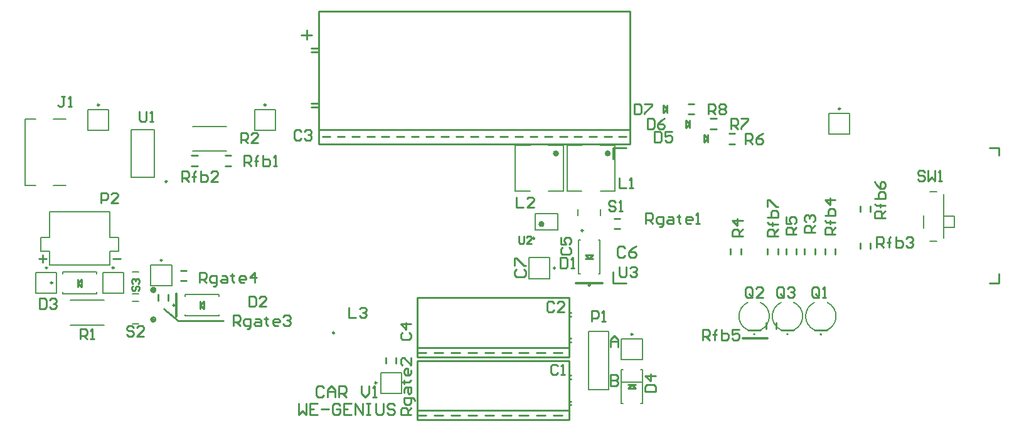
<source format=gto>
G04*
G04 #@! TF.GenerationSoftware,Altium Limited,Altium Designer,21.0.9 (235)*
G04*
G04 Layer_Color=65535*
%FSLAX44Y44*%
%MOMM*%
G71*
G04*
G04 #@! TF.SameCoordinates,622A8C60-2CE5-4817-AE20-E8449A78C867*
G04*
G04*
G04 #@! TF.FilePolarity,Positive*
G04*
G01*
G75*
%ADD10C,0.2540*%
%ADD11C,0.2500*%
%ADD12C,0.4000*%
%ADD13C,0.2000*%
%ADD14C,0.3000*%
%ADD15R,2.8000X0.2300*%
D10*
X572342Y535500D02*
G03*
X572342Y535500I-3092J0D01*
G01*
Y575500D02*
G03*
X572342Y575500I-3092J0D01*
G01*
X1210000Y447500D02*
X1220000D01*
X1210000Y442500D02*
X1215000Y447500D01*
X1210000Y442500D02*
X1220000D01*
X1215000Y447500D02*
X1220000Y442500D01*
X467500Y580000D02*
Y590000D01*
Y585000D02*
X472500Y580000D01*
Y590000D01*
X467500Y585000D02*
X472500Y590000D01*
X632500Y550000D02*
Y560000D01*
Y555000D02*
X637500Y550000D01*
Y560000D01*
X632500Y555000D02*
X637500Y560000D01*
X1152500Y617500D02*
X1162500D01*
X1157500D02*
X1162500Y622500D01*
X1152500D02*
X1162500D01*
X1152500D02*
X1157500Y617500D01*
X1461441Y521372D02*
X1478559D01*
X1416441D02*
X1433559D01*
X1371441D02*
X1388559D01*
X1317500Y775000D02*
Y785000D01*
X1312500D02*
X1317500Y780000D01*
X1312500Y775000D02*
Y785000D01*
Y775000D02*
X1317500Y780000D01*
X1292500Y795000D02*
Y805000D01*
X1287500D02*
X1292500Y800000D01*
X1287500Y795000D02*
Y805000D01*
Y795000D02*
X1292500Y800000D01*
X1262500Y820000D02*
Y820000D01*
X1257500Y815000D02*
X1262500Y820000D01*
X1257500Y815000D02*
Y825000D01*
X1262500Y820000D01*
Y815000D02*
Y825000D01*
X1189500Y584760D02*
Y600000D01*
Y584760D02*
X1207280D01*
X1189500Y752400D02*
Y767640D01*
X1207280D01*
X1697500Y584760D02*
X1710200D01*
Y597460D01*
Y757480D02*
Y767640D01*
X1697500D02*
X1710200D01*
X606000Y602000D02*
X614000D01*
X606000Y588000D02*
X614000D01*
X575500Y561000D02*
Y569000D01*
X589500Y561000D02*
Y569000D01*
X897000Y476000D02*
Y484000D01*
X883000Y476000D02*
Y484000D01*
X1191000Y658000D02*
X1199000D01*
X1191000Y672000D02*
X1199000D01*
X1398000Y623500D02*
Y631500D01*
X1412000Y623500D02*
Y631500D01*
X1523000Y681000D02*
Y689000D01*
X1537000Y681000D02*
Y689000D01*
X1396000Y523000D02*
Y531000D01*
X1410000Y523000D02*
Y531000D01*
X1489500Y623500D02*
Y631500D01*
X1475500Y623500D02*
Y631500D01*
X1523000Y631000D02*
Y639000D01*
X1537000Y631000D02*
Y639000D01*
X621000Y757000D02*
X629000D01*
X621000Y743000D02*
X629000D01*
X666000Y757000D02*
X674000D01*
X666000Y743000D02*
X674000D01*
X1291000Y827000D02*
X1299000D01*
X1291000Y813000D02*
X1299000D01*
X1321000Y807000D02*
X1329000D01*
X1321000Y793000D02*
X1329000D01*
X1346000Y787000D02*
X1354000D01*
X1346000Y773000D02*
X1354000D01*
X1423000Y623500D02*
Y631500D01*
X1437000Y623500D02*
Y631500D01*
X1348000Y623500D02*
Y631500D01*
X1362000Y623500D02*
Y631500D01*
X1448000Y623500D02*
Y631500D01*
X1462000Y623500D02*
Y631500D01*
X782500Y902500D02*
X792500D01*
X782500Y897500D02*
X792500D01*
X782500Y827500D02*
X792500D01*
X782500Y822500D02*
X792500D01*
Y772500D02*
Y952500D01*
X1212500D01*
Y792500D02*
Y952500D01*
X1197500Y782500D02*
X1207500D01*
X1177500D02*
X1187500D01*
X1157500D02*
X1167500D01*
X1137500D02*
X1147500D01*
X1117500D02*
X1127500D01*
X1097500D02*
X1107500D01*
X1077500D02*
X1087500D01*
X1057500D02*
X1067500D01*
X1037500D02*
X1047500D01*
X1017500D02*
X1027500D01*
X997500D02*
X1007500D01*
X977500D02*
X987500D01*
X957500D02*
X967500D01*
X937500D02*
X947500D01*
X917500D02*
X927500D01*
X897500D02*
X907500D01*
X877500D02*
X887500D01*
X857500D02*
X867500D01*
X837500D02*
X847500D01*
X817500D02*
X827500D01*
X797500D02*
X807500D01*
X792500Y792500D02*
X1212500Y792500D01*
Y772500D02*
Y792500D01*
X792500Y772500D02*
X1212500Y772500D01*
X925000Y491000D02*
X937000Y491000D01*
X948000D02*
X960000D01*
X971000Y491000D02*
X983000Y491000D01*
X994000D02*
X1006000D01*
X1017000Y491000D02*
X1029000Y491000D01*
X1040000D02*
X1052000Y491000D01*
X1063000D02*
X1075000Y491000D01*
X1086000D02*
X1098000Y491000D01*
X1109000D02*
X1121000Y491000D01*
X925000Y497500D02*
X1130000D01*
X925000Y565000D02*
X1130000D01*
X925000Y485000D02*
Y565000D01*
Y485000D02*
X1130000D01*
Y565000D01*
Y505000D02*
X1132500D01*
X1130000D02*
Y510000D01*
X1132500D01*
X1130000Y540000D02*
X1132500D01*
X1130000D02*
Y545000D01*
X1132500D01*
X925000Y406000D02*
X937000Y406000D01*
X948000D02*
X960000D01*
X971000Y406000D02*
X983000Y406000D01*
X994000D02*
X1006000D01*
X1017000Y406000D02*
X1029000Y406000D01*
X1040000D02*
X1052000Y406000D01*
X1063000D02*
X1075000Y406000D01*
X1086000D02*
X1098000Y406000D01*
X1109000D02*
X1121000Y406000D01*
X925000Y412500D02*
X1130000D01*
X925000Y480000D02*
X1130000D01*
X925000Y400000D02*
Y480000D01*
Y400000D02*
X1130000D01*
Y480000D01*
Y420000D02*
X1132500D01*
X1130000D02*
Y425000D01*
X1132500D01*
X1130000Y455000D02*
X1132500D01*
X1130000D02*
Y460000D01*
X1132500D01*
X602429Y534000D02*
X664000D01*
X583000Y550000D02*
X602429Y534000D01*
X776000Y914000D02*
Y927000D01*
X769000Y920000D02*
X783000D01*
X524960Y617521D02*
X514963D01*
X799530Y443614D02*
X796991Y446153D01*
X791912D01*
X789373Y443614D01*
Y433457D01*
X791912Y430918D01*
X796991D01*
X799530Y433457D01*
X804608Y430918D02*
Y441075D01*
X809687Y446153D01*
X814765Y441075D01*
Y430918D01*
Y438536D01*
X804608D01*
X819843Y430918D02*
Y446153D01*
X827461D01*
X830000Y443614D01*
Y438536D01*
X827461Y435996D01*
X819843D01*
X824922D02*
X830000Y430918D01*
X850313Y446153D02*
Y435996D01*
X855392Y430918D01*
X860470Y435996D01*
Y446153D01*
X865548Y430918D02*
X870627D01*
X868088D01*
Y446153D01*
X865548Y443614D01*
X765251Y421775D02*
Y406540D01*
X770329Y411618D01*
X775408Y406540D01*
Y421775D01*
X790643D02*
X780486D01*
Y406540D01*
X790643D01*
X780486Y414157D02*
X785564D01*
X795721D02*
X805878D01*
X821113Y419236D02*
X818574Y421775D01*
X813495D01*
X810956Y419236D01*
Y409079D01*
X813495Y406540D01*
X818574D01*
X821113Y409079D01*
Y414157D01*
X816034D01*
X836348Y421775D02*
X826191D01*
Y406540D01*
X836348D01*
X826191Y414157D02*
X831270D01*
X841426Y406540D02*
Y421775D01*
X851583Y406540D01*
Y421775D01*
X856661D02*
X861740D01*
X859201D01*
Y406540D01*
X856661D01*
X861740D01*
X869357Y421775D02*
Y409079D01*
X871897Y406540D01*
X876975D01*
X879514Y409079D01*
Y421775D01*
X894749Y419236D02*
X892210Y421775D01*
X887132D01*
X884592Y419236D01*
Y416697D01*
X887132Y414157D01*
X892210D01*
X894749Y411618D01*
Y409079D01*
X892210Y406540D01*
X887132D01*
X884592Y409079D01*
X420000Y612540D02*
Y622537D01*
X415002Y617538D02*
X424998D01*
X1058922Y603461D02*
X1056383Y600922D01*
Y595843D01*
X1058922Y593304D01*
X1069078D01*
X1071618Y595843D01*
Y600922D01*
X1069078Y603461D01*
X1056383Y608539D02*
Y618696D01*
X1058922D01*
X1069078Y608539D01*
X1071618D01*
X1186540Y460775D02*
Y445540D01*
X1194157D01*
X1196697Y448079D01*
Y450618D01*
X1194157Y453158D01*
X1186540D01*
X1194157D01*
X1196697Y455697D01*
Y458236D01*
X1194157Y460775D01*
X1186540D01*
Y498540D02*
Y508697D01*
X1191618Y513775D01*
X1196697Y508697D01*
Y498540D01*
Y506157D01*
X1186540D01*
X1205461Y632078D02*
X1202922Y634618D01*
X1197843D01*
X1195304Y632078D01*
Y621922D01*
X1197843Y619383D01*
X1202922D01*
X1205461Y621922D01*
X1220696Y634618D02*
X1215618Y632078D01*
X1210539Y627000D01*
Y621922D01*
X1213078Y619383D01*
X1218157D01*
X1220696Y621922D01*
Y624461D01*
X1218157Y627000D01*
X1210539D01*
X1198337Y606998D02*
Y595335D01*
X1200670Y593002D01*
X1205335D01*
X1207667Y595335D01*
Y606998D01*
X1212333Y604665D02*
X1214665Y606998D01*
X1219330D01*
X1221663Y604665D01*
Y602333D01*
X1219330Y600000D01*
X1216998D01*
X1219330D01*
X1221663Y597667D01*
Y595335D01*
X1219330Y593002D01*
X1214665D01*
X1212333Y595335D01*
X1610002Y734665D02*
X1607670Y736998D01*
X1603004D01*
X1600672Y734665D01*
Y732333D01*
X1603004Y730000D01*
X1607670D01*
X1610002Y727667D01*
Y725335D01*
X1607670Y723002D01*
X1603004D01*
X1600672Y725335D01*
X1614667Y736998D02*
Y723002D01*
X1619333Y727667D01*
X1623998Y723002D01*
Y736998D01*
X1628663Y723002D02*
X1633328D01*
X1630995D01*
Y736998D01*
X1628663Y734665D01*
X1318337Y813002D02*
Y826998D01*
X1325335D01*
X1327667Y824665D01*
Y820000D01*
X1325335Y817667D01*
X1318337D01*
X1323002D02*
X1327667Y813002D01*
X1332333Y824665D02*
X1334665Y826998D01*
X1339330D01*
X1341663Y824665D01*
Y822333D01*
X1339330Y820000D01*
X1341663Y817667D01*
Y815335D01*
X1339330Y813002D01*
X1334665D01*
X1332333Y815335D01*
Y817667D01*
X1334665Y820000D01*
X1332333Y822333D01*
Y824665D01*
X1334665Y820000D02*
X1339330D01*
X1348337Y793002D02*
Y806998D01*
X1355335D01*
X1357667Y804665D01*
Y800000D01*
X1355335Y797667D01*
X1348337D01*
X1353002D02*
X1357667Y793002D01*
X1362333Y806998D02*
X1371663D01*
Y804665D01*
X1362333Y795335D01*
Y793002D01*
X1368337Y773002D02*
Y786998D01*
X1375335D01*
X1377667Y784665D01*
Y780000D01*
X1375335Y777667D01*
X1368337D01*
X1373002D02*
X1377667Y773002D01*
X1391663Y786998D02*
X1386998Y784665D01*
X1382333Y780000D01*
Y775335D01*
X1384665Y773002D01*
X1389330D01*
X1391663Y775335D01*
Y777667D01*
X1389330Y780000D01*
X1382333D01*
X1218337Y826998D02*
Y813002D01*
X1225335D01*
X1227667Y815335D01*
Y824665D01*
X1225335Y826998D01*
X1218337D01*
X1232333D02*
X1241663D01*
Y824665D01*
X1232333Y815335D01*
Y813002D01*
X1235837Y806998D02*
Y793002D01*
X1242835D01*
X1245167Y795335D01*
Y804665D01*
X1242835Y806998D01*
X1235837D01*
X1259163D02*
X1254498Y804665D01*
X1249833Y800000D01*
Y795335D01*
X1252165Y793002D01*
X1256830D01*
X1259163Y795335D01*
Y797667D01*
X1256830Y800000D01*
X1249833D01*
X1245837Y789498D02*
Y775502D01*
X1252835D01*
X1255167Y777835D01*
Y787165D01*
X1252835Y789498D01*
X1245837D01*
X1269163D02*
X1259833D01*
Y782500D01*
X1264498Y784833D01*
X1266830D01*
X1269163Y782500D01*
Y777835D01*
X1266830Y775502D01*
X1262165D01*
X1259833Y777835D01*
X1233002Y438337D02*
X1246998D01*
Y445335D01*
X1244665Y447667D01*
X1235335D01*
X1233002Y445335D01*
Y438337D01*
X1246998Y459330D02*
X1233002D01*
X1240000Y452333D01*
Y461663D01*
X1109667Y557665D02*
X1107335Y559998D01*
X1102670D01*
X1100337Y557665D01*
Y548335D01*
X1102670Y546002D01*
X1107335D01*
X1109667Y548335D01*
X1123663Y546002D02*
X1114333D01*
X1123663Y555333D01*
Y557665D01*
X1121330Y559998D01*
X1116665D01*
X1114333Y557665D01*
X470670Y509002D02*
Y522998D01*
X477667D01*
X480000Y520665D01*
Y516000D01*
X477667Y513667D01*
X470670D01*
X475335D02*
X480000Y509002D01*
X484665D02*
X489330D01*
X486998D01*
Y522998D01*
X484665Y520665D01*
X905335Y517667D02*
X903002Y515335D01*
Y510670D01*
X905335Y508337D01*
X914665D01*
X916998Y510670D01*
Y515335D01*
X914665Y517667D01*
X916998Y529330D02*
X903002D01*
X910000Y522333D01*
Y531663D01*
X631512Y585335D02*
Y599330D01*
X638510D01*
X640843Y596998D01*
Y592333D01*
X638510Y590000D01*
X631512D01*
X636178D02*
X640843Y585335D01*
X650173Y580670D02*
X652506D01*
X654838Y583002D01*
Y594665D01*
X647840D01*
X645508Y592333D01*
Y587667D01*
X647840Y585335D01*
X654838D01*
X661836Y594665D02*
X666501D01*
X668834Y592333D01*
Y585335D01*
X661836D01*
X659503Y587667D01*
X661836Y590000D01*
X668834D01*
X675832Y596998D02*
Y594665D01*
X673499D01*
X678164D01*
X675832D01*
Y587667D01*
X678164Y585335D01*
X692160D02*
X687494D01*
X685162Y587667D01*
Y592333D01*
X687494Y594665D01*
X692160D01*
X694492Y592333D01*
Y590000D01*
X685162D01*
X706155Y585335D02*
Y599330D01*
X699157Y592333D01*
X708488D01*
X677012Y527335D02*
Y541330D01*
X684010D01*
X686343Y538998D01*
Y534333D01*
X684010Y532000D01*
X677012D01*
X681678D02*
X686343Y527335D01*
X695673Y522670D02*
X698006D01*
X700338Y525002D01*
Y536665D01*
X693341D01*
X691008Y534333D01*
Y529667D01*
X693341Y527335D01*
X700338D01*
X707336Y536665D02*
X712001D01*
X714334Y534333D01*
Y527335D01*
X707336D01*
X705003Y529667D01*
X707336Y532000D01*
X714334D01*
X721331Y538998D02*
Y536665D01*
X718999D01*
X723664D01*
X721331D01*
Y529667D01*
X723664Y527335D01*
X737660D02*
X732994D01*
X730662Y529667D01*
Y534333D01*
X732994Y536665D01*
X737660D01*
X739992Y534333D01*
Y532000D01*
X730662D01*
X744657Y538998D02*
X746990Y541330D01*
X751655D01*
X753988Y538998D01*
Y536665D01*
X751655Y534333D01*
X749322D01*
X751655D01*
X753988Y532000D01*
Y529667D01*
X751655Y527335D01*
X746990D01*
X744657Y529667D01*
X917165Y406512D02*
X903170D01*
Y413510D01*
X905502Y415843D01*
X910167D01*
X912500Y413510D01*
Y406512D01*
Y411178D02*
X917165Y415843D01*
X921830Y425173D02*
Y427506D01*
X919498Y429838D01*
X907835D01*
Y422840D01*
X910167Y420508D01*
X914833D01*
X917165Y422840D01*
Y429838D01*
X907835Y436836D02*
Y441501D01*
X910167Y443834D01*
X917165D01*
Y436836D01*
X914833Y434503D01*
X912500Y436836D01*
Y443834D01*
X905502Y450831D02*
X907835D01*
Y448499D01*
Y453164D01*
Y450831D01*
X914833D01*
X917165Y453164D01*
Y467160D02*
Y462494D01*
X914833Y460162D01*
X910167D01*
X907835Y462494D01*
Y467160D01*
X910167Y469492D01*
X912500D01*
Y460162D01*
X917165Y483488D02*
Y474157D01*
X907835Y483488D01*
X905502D01*
X903170Y481155D01*
Y476490D01*
X905502Y474157D01*
X1233845Y665335D02*
Y679330D01*
X1240843D01*
X1243175Y676998D01*
Y672333D01*
X1240843Y670000D01*
X1233845D01*
X1238510D02*
X1243175Y665335D01*
X1252506Y660670D02*
X1254838D01*
X1257171Y663002D01*
Y674665D01*
X1250173D01*
X1247840Y672333D01*
Y667667D01*
X1250173Y665335D01*
X1257171D01*
X1264169Y674665D02*
X1268834D01*
X1271166Y672333D01*
Y665335D01*
X1264169D01*
X1261836Y667667D01*
X1264169Y670000D01*
X1271166D01*
X1278164Y676998D02*
Y674665D01*
X1275832D01*
X1280497D01*
X1278164D01*
Y667667D01*
X1280497Y665335D01*
X1294492D02*
X1289827D01*
X1287494Y667667D01*
Y672333D01*
X1289827Y674665D01*
X1294492D01*
X1296825Y672333D01*
Y670000D01*
X1287494D01*
X1301490Y665335D02*
X1306155D01*
X1303822D01*
Y679330D01*
X1301490Y676998D01*
X1411998Y648008D02*
X1398002D01*
Y655006D01*
X1400335Y657338D01*
X1405000D01*
X1407333Y655006D01*
Y648008D01*
Y652673D02*
X1411998Y657338D01*
Y664336D02*
X1400335D01*
X1405000D01*
Y662003D01*
Y666669D01*
Y664336D01*
X1400335D01*
X1398002Y666669D01*
Y673666D02*
X1411998D01*
Y680664D01*
X1409665Y682997D01*
X1407333D01*
X1405000D01*
X1402667Y680664D01*
Y673666D01*
X1398002Y687662D02*
Y696992D01*
X1400335D01*
X1409665Y687662D01*
X1411998D01*
X1556998Y673008D02*
X1543002D01*
Y680006D01*
X1545335Y682338D01*
X1550000D01*
X1552332Y680006D01*
Y673008D01*
Y677673D02*
X1556998Y682338D01*
Y689336D02*
X1545335D01*
X1550000D01*
Y687003D01*
Y691669D01*
Y689336D01*
X1545335D01*
X1543002Y691669D01*
Y698666D02*
X1556998D01*
Y705664D01*
X1554665Y707997D01*
X1552332D01*
X1550000D01*
X1547667Y705664D01*
Y698666D01*
X1543002Y721992D02*
X1545335Y717327D01*
X1550000Y712662D01*
X1554665D01*
X1556998Y714994D01*
Y719660D01*
X1554665Y721992D01*
X1552332D01*
X1550000Y719660D01*
Y712662D01*
X1310508Y508002D02*
Y521998D01*
X1317506D01*
X1319838Y519665D01*
Y515000D01*
X1317506Y512668D01*
X1310508D01*
X1315173D02*
X1319838Y508002D01*
X1326836D02*
Y519665D01*
Y515000D01*
X1324503D01*
X1329169D01*
X1326836D01*
Y519665D01*
X1329169Y521998D01*
X1336166D02*
Y508002D01*
X1343164D01*
X1345497Y510335D01*
Y512668D01*
Y515000D01*
X1343164Y517333D01*
X1336166D01*
X1359492Y521998D02*
X1350162D01*
Y515000D01*
X1354827Y517333D01*
X1357159D01*
X1359492Y515000D01*
Y510335D01*
X1357159Y508002D01*
X1352494D01*
X1350162Y510335D01*
X1489498Y650508D02*
X1475502D01*
Y657506D01*
X1477835Y659838D01*
X1482500D01*
X1484833Y657506D01*
Y650508D01*
Y655173D02*
X1489498Y659838D01*
Y666836D02*
X1477835D01*
X1482500D01*
Y664503D01*
Y669169D01*
Y666836D01*
X1477835D01*
X1475502Y669169D01*
Y676166D02*
X1489498D01*
Y683164D01*
X1487165Y685497D01*
X1484833D01*
X1482500D01*
X1480167Y683164D01*
Y676166D01*
X1489498Y697160D02*
X1475502D01*
X1482500Y690162D01*
Y699492D01*
X1545508Y633002D02*
Y646998D01*
X1552506D01*
X1554838Y644665D01*
Y640000D01*
X1552506Y637667D01*
X1545508D01*
X1550173D02*
X1554838Y633002D01*
X1561836D02*
Y644665D01*
Y640000D01*
X1559503D01*
X1564169D01*
X1561836D01*
Y644665D01*
X1564169Y646998D01*
X1571166D02*
Y633002D01*
X1578164D01*
X1580497Y635335D01*
Y637667D01*
Y640000D01*
X1578164Y642333D01*
X1571166D01*
X1585162Y644665D02*
X1587494Y646998D01*
X1592159D01*
X1594492Y644665D01*
Y642333D01*
X1592159Y640000D01*
X1589827D01*
X1592159D01*
X1594492Y637667D01*
Y635335D01*
X1592159Y633002D01*
X1587494D01*
X1585162Y635335D01*
X607508Y722002D02*
Y735998D01*
X614506D01*
X616838Y733665D01*
Y729000D01*
X614506Y726667D01*
X607508D01*
X612173D02*
X616838Y722002D01*
X623836D02*
Y733665D01*
Y729000D01*
X621503D01*
X626169D01*
X623836D01*
Y733665D01*
X626169Y735998D01*
X633166D02*
Y722002D01*
X640164D01*
X642497Y724335D01*
Y726667D01*
Y729000D01*
X640164Y731333D01*
X633166D01*
X656492Y722002D02*
X647162D01*
X656492Y731333D01*
Y733665D01*
X654159Y735998D01*
X649494D01*
X647162Y733665D01*
X691841Y743002D02*
Y756998D01*
X698838D01*
X701171Y754665D01*
Y750000D01*
X698838Y747667D01*
X691841D01*
X696506D02*
X701171Y743002D01*
X708169D02*
Y754665D01*
Y750000D01*
X705836D01*
X710501D01*
X708169D01*
Y754665D01*
X710501Y756998D01*
X717499D02*
Y743002D01*
X724497D01*
X726829Y745335D01*
Y747667D01*
Y750000D01*
X724497Y752333D01*
X717499D01*
X731494Y743002D02*
X736160D01*
X733827D01*
Y756998D01*
X731494Y754665D01*
X1436998Y650837D02*
X1423002D01*
Y657835D01*
X1425335Y660167D01*
X1430000D01*
X1432332Y657835D01*
Y650837D01*
Y655502D02*
X1436998Y660167D01*
X1423002Y674163D02*
Y664833D01*
X1430000D01*
X1427667Y669498D01*
Y671830D01*
X1430000Y674163D01*
X1434665D01*
X1436998Y671830D01*
Y667165D01*
X1434665Y664833D01*
X1364498Y648337D02*
X1350502D01*
Y655335D01*
X1352835Y657667D01*
X1357500D01*
X1359832Y655335D01*
Y648337D01*
Y653002D02*
X1364498Y657667D01*
Y669330D02*
X1350502D01*
X1357500Y662333D01*
Y671663D01*
X1461998Y653337D02*
X1448002D01*
Y660335D01*
X1450335Y662667D01*
X1455000D01*
X1457332Y660335D01*
Y653337D01*
Y658002D02*
X1461998Y662667D01*
X1450335Y667333D02*
X1448002Y669665D01*
Y674330D01*
X1450335Y676663D01*
X1452667D01*
X1455000Y674330D01*
Y671998D01*
Y674330D01*
X1457332Y676663D01*
X1459665D01*
X1461998Y674330D01*
Y669665D01*
X1459665Y667333D01*
X1193000Y693665D02*
X1190667Y695998D01*
X1186002D01*
X1183670Y693665D01*
Y691333D01*
X1186002Y689000D01*
X1190667D01*
X1193000Y686667D01*
Y684335D01*
X1190667Y682002D01*
X1186002D01*
X1183670Y684335D01*
X1197665Y682002D02*
X1202330D01*
X1199998D01*
Y695998D01*
X1197665Y693665D01*
X1160670Y533002D02*
Y546998D01*
X1167667D01*
X1170000Y544665D01*
Y540000D01*
X1167667Y537668D01*
X1160670D01*
X1174665Y533002D02*
X1179330D01*
X1176998D01*
Y546998D01*
X1174665Y544665D01*
X833337Y551998D02*
Y538002D01*
X842667D01*
X847333Y549665D02*
X849665Y551998D01*
X854330D01*
X856663Y549665D01*
Y547333D01*
X854330Y545000D01*
X851998D01*
X854330D01*
X856663Y542667D01*
Y540335D01*
X854330Y538002D01*
X849665D01*
X847333Y540335D01*
X1197670Y726998D02*
Y713002D01*
X1207000D01*
X1211665D02*
X1216330D01*
X1213998D01*
Y726998D01*
X1211665Y724665D01*
X415337Y563998D02*
Y550002D01*
X422335D01*
X424667Y552335D01*
Y561665D01*
X422335Y563998D01*
X415337D01*
X429333Y561665D02*
X431665Y563998D01*
X436330D01*
X438663Y561665D01*
Y559333D01*
X436330Y557000D01*
X433998D01*
X436330D01*
X438663Y554667D01*
Y552335D01*
X436330Y550002D01*
X431665D01*
X429333Y552335D01*
X698337Y566998D02*
Y553002D01*
X705335D01*
X707667Y555335D01*
Y564665D01*
X705335Y566998D01*
X698337D01*
X721663Y553002D02*
X712333D01*
X721663Y562333D01*
Y564665D01*
X719330Y566998D01*
X714665D01*
X712333Y564665D01*
X1118670Y618998D02*
Y605002D01*
X1125667D01*
X1128000Y607335D01*
Y616665D01*
X1125667Y618998D01*
X1118670D01*
X1132665Y605002D02*
X1137330D01*
X1134998D01*
Y618998D01*
X1132665Y616665D01*
X1115000Y472665D02*
X1112667Y474998D01*
X1108002D01*
X1105670Y472665D01*
Y463335D01*
X1108002Y461002D01*
X1112667D01*
X1115000Y463335D01*
X1119665Y461002D02*
X1124330D01*
X1121998D01*
Y474998D01*
X1119665Y472665D01*
X768667Y789665D02*
X766335Y791998D01*
X761670D01*
X759337Y789665D01*
Y780335D01*
X761670Y778002D01*
X766335D01*
X768667Y780335D01*
X773333Y789665D02*
X775665Y791998D01*
X780330D01*
X782663Y789665D01*
Y787333D01*
X780330Y785000D01*
X777998D01*
X780330D01*
X782663Y782667D01*
Y780335D01*
X780330Y778002D01*
X775665D01*
X773333Y780335D01*
X542667Y524665D02*
X540335Y526998D01*
X535670D01*
X533337Y524665D01*
Y522333D01*
X535670Y520000D01*
X540335D01*
X542667Y517667D01*
Y515335D01*
X540335Y513002D01*
X535670D01*
X533337Y515335D01*
X556663Y513002D02*
X547333D01*
X556663Y522333D01*
Y524665D01*
X554330Y526998D01*
X549665D01*
X547333Y524665D01*
X1420167Y567835D02*
Y577165D01*
X1417835Y579498D01*
X1413170D01*
X1410837Y577165D01*
Y567835D01*
X1413170Y565502D01*
X1417835D01*
X1415502Y570167D02*
X1420167Y565502D01*
X1417835D02*
X1420167Y567835D01*
X1424833Y577165D02*
X1427165Y579498D01*
X1431830D01*
X1434163Y577165D01*
Y574833D01*
X1431830Y572500D01*
X1429498D01*
X1431830D01*
X1434163Y570167D01*
Y567835D01*
X1431830Y565502D01*
X1427165D01*
X1424833Y567835D01*
X1377667D02*
Y577165D01*
X1375335Y579498D01*
X1370670D01*
X1368337Y577165D01*
Y567835D01*
X1370670Y565502D01*
X1375335D01*
X1373002Y570167D02*
X1377667Y565502D01*
X1375335D02*
X1377667Y567835D01*
X1391663Y565502D02*
X1382333D01*
X1391663Y574833D01*
Y577165D01*
X1389330Y579498D01*
X1384665D01*
X1382333Y577165D01*
X1467500Y567835D02*
Y577165D01*
X1465167Y579498D01*
X1460502D01*
X1458170Y577165D01*
Y567835D01*
X1460502Y565502D01*
X1465167D01*
X1462835Y570167D02*
X1467500Y565502D01*
X1465167D02*
X1467500Y567835D01*
X1472165Y565502D02*
X1476830D01*
X1474498D01*
Y579498D01*
X1472165Y577165D01*
X550670Y816998D02*
Y805335D01*
X553002Y803002D01*
X557667D01*
X560000Y805335D01*
Y816998D01*
X564665Y803002D02*
X569330D01*
X566998D01*
Y816998D01*
X564665Y814665D01*
X1062669Y647998D02*
Y639668D01*
X1064335Y638002D01*
X1067668D01*
X1069334Y639668D01*
Y647998D01*
X1079331Y638002D02*
X1072666D01*
X1079331Y644666D01*
Y646332D01*
X1077664Y647998D01*
X1074332D01*
X1072666Y646332D01*
X687337Y774002D02*
Y787998D01*
X694335D01*
X696667Y785665D01*
Y781000D01*
X694335Y778667D01*
X687337D01*
X692002D02*
X696667Y774002D01*
X710663D02*
X701333D01*
X710663Y783333D01*
Y785665D01*
X708330Y787998D01*
X703665D01*
X701333Y785665D01*
X541668Y580834D02*
X540002Y579168D01*
Y575835D01*
X541668Y574169D01*
X543334D01*
X545000Y575835D01*
Y579168D01*
X546666Y580834D01*
X548332D01*
X549998Y579168D01*
Y575835D01*
X548332Y574169D01*
X541668Y584166D02*
X540002Y585832D01*
Y589165D01*
X541668Y590831D01*
X543334D01*
X545000Y589165D01*
Y587498D01*
Y589165D01*
X546666Y590831D01*
X548332D01*
X549998Y589165D01*
Y585832D01*
X548332Y584166D01*
X498337Y693002D02*
Y706998D01*
X505335D01*
X507667Y704665D01*
Y700000D01*
X505335Y697667D01*
X498337D01*
X521663Y693002D02*
X512333D01*
X521663Y702333D01*
Y704665D01*
X519330Y706998D01*
X514665D01*
X512333Y704665D01*
X1059337Y700998D02*
Y687002D01*
X1068667D01*
X1082663D02*
X1073333D01*
X1082663Y696333D01*
Y698665D01*
X1080330Y700998D01*
X1075665D01*
X1073333Y698665D01*
X450000Y836998D02*
X445335D01*
X447667D01*
Y825335D01*
X445335Y823002D01*
X443002D01*
X440670Y825335D01*
X454665Y823002D02*
X459330D01*
X456998D01*
Y836998D01*
X454665Y834665D01*
X1121335Y632667D02*
X1119002Y630335D01*
Y625670D01*
X1121335Y623337D01*
X1130665D01*
X1132998Y625670D01*
Y630335D01*
X1130665Y632667D01*
X1119002Y646663D02*
Y637333D01*
X1126000D01*
X1123667Y641998D01*
Y644330D01*
X1126000Y646663D01*
X1130665D01*
X1132998Y644330D01*
Y639665D01*
X1130665Y637333D01*
D11*
X1083750Y645250D02*
G03*
X1083750Y645250I-1250J0D01*
G01*
X587750Y722000D02*
G03*
X587750Y722000I-1250J0D01*
G01*
X570500Y575500D02*
G03*
X570500Y575500I-1250J0D01*
G01*
Y535500D02*
G03*
X570500Y535500I-1250J0D01*
G01*
X1149250Y655750D02*
G03*
X1149250Y655750I-1250J0D01*
G01*
X581250Y615500D02*
G03*
X581250Y615500I-1250J0D01*
G01*
X516250Y605500D02*
G03*
X516250Y605500I-1250J0D01*
G01*
X1111750Y605000D02*
G03*
X1111750Y605000I-1250J0D01*
G01*
X870750Y450000D02*
G03*
X870750Y450000I-1250J0D01*
G01*
X426250Y605500D02*
G03*
X426250Y605500I-1250J0D01*
G01*
X1216250Y515500D02*
G03*
X1216250Y515500I-1250J0D01*
G01*
X1496250Y820500D02*
G03*
X1496250Y820500I-1250J0D01*
G01*
X721250Y825500D02*
G03*
X721250Y825500I-1250J0D01*
G01*
X496250D02*
G03*
X496250Y825500I-1250J0D01*
G01*
X433250Y585000D02*
G03*
X433250Y585000I-1250J0D01*
G01*
X598250Y555000D02*
G03*
X598250Y555000I-1250J0D01*
G01*
X1158750Y582000D02*
G03*
X1158750Y582000I-1250J0D01*
G01*
X813750Y517500D02*
G03*
X813750Y517500I-1250J0D01*
G01*
D12*
X1095000Y664500D02*
G03*
X1095000Y664500I-2000J0D01*
G01*
X1114500Y760000D02*
G03*
X1114500Y760000I-2000J0D01*
G01*
X1184500D02*
G03*
X1184500Y760000I-2000J0D01*
G01*
D13*
X1426000Y515500D02*
G03*
X1426000Y515500I-1000J0D01*
G01*
X1416441Y558628D02*
G03*
X1416441Y521372I8559J-18628D01*
G01*
X1433559D02*
G03*
X1433559Y558628I-8559J18628D01*
G01*
X1381000Y515500D02*
G03*
X1381000Y515500I-1000J0D01*
G01*
X1371441Y558628D02*
G03*
X1371441Y521372I8559J-18628D01*
G01*
X1388559D02*
G03*
X1388559Y558628I-8559J18628D01*
G01*
X1471000Y515500D02*
G03*
X1471000Y515500I-1000J0D01*
G01*
X1461441Y558628D02*
G03*
X1461441Y521372I8559J-18628D01*
G01*
X1478559D02*
G03*
X1478559Y558628I-8559J18628D01*
G01*
X1085000Y656500D02*
X1115000D01*
X1085000Y678500D02*
X1115000D01*
X1085000Y656500D02*
Y678500D01*
X1115000Y656500D02*
Y678500D01*
X571000Y727500D02*
Y792500D01*
X539000D02*
X571000D01*
X539000Y727500D02*
Y792500D01*
Y727500D02*
X571000D01*
X1635500Y645500D02*
Y704500D01*
Y675000D02*
X1650500D01*
Y660000D02*
Y675000D01*
X1635500Y660000D02*
X1650500D01*
X1617500Y708500D02*
X1626500D01*
X1617500Y641500D02*
X1626500D01*
X1608500Y659000D02*
Y676000D01*
X540750Y600000D02*
X549250D01*
X540750Y570000D02*
X549250D01*
X540750Y560000D02*
X549250D01*
X540750Y530000D02*
X549250D01*
X1172500Y675750D02*
Y684250D01*
X1142500Y675750D02*
Y684250D01*
X566000Y581000D02*
Y609000D01*
X566000Y581000D02*
X594000D01*
Y609000D01*
X566000Y609000D02*
X594000D01*
X501000Y571000D02*
Y599000D01*
X501000Y571000D02*
X529000D01*
Y599000D01*
X501000Y599000D02*
X529000D01*
X1076000Y619000D02*
X1104000D01*
X1076000Y591000D02*
Y619000D01*
Y591000D02*
X1104000D01*
X1104000Y591000D02*
Y619000D01*
X876000Y436000D02*
X904000D01*
X904000Y436000D02*
Y464000D01*
X876000D02*
X904000D01*
X876000Y436000D02*
Y464000D01*
X411000Y571000D02*
Y599000D01*
X411000Y571000D02*
X439000D01*
Y599000D01*
X411000Y599000D02*
X439000D01*
X1201000Y481000D02*
Y509000D01*
X1201000Y481000D02*
X1229000D01*
Y509000D01*
X1201000Y509000D02*
X1229000D01*
X1481000Y786000D02*
Y814000D01*
X1481000Y786000D02*
X1509000D01*
Y814000D01*
X1481000Y814000D02*
X1509000D01*
X510500Y646500D02*
Y681000D01*
Y646500D02*
X522500D01*
Y627500D02*
Y646500D01*
X510500Y627500D02*
X522500D01*
X510500Y609000D02*
Y627500D01*
X429500Y609000D02*
X510500D01*
X429500Y681000D02*
X510500D01*
X429500Y609000D02*
Y627500D01*
X417500D02*
X429500D01*
X417500D02*
Y646500D01*
X429500D01*
Y681000D01*
X706000Y791000D02*
Y819000D01*
X706000Y791000D02*
X734000D01*
Y819000D01*
X706000Y819000D02*
X734000D01*
X1156550Y440400D02*
X1183450D01*
Y519600D01*
X1156550D02*
X1183450D01*
X1156550Y440400D02*
Y519600D01*
X481000Y791000D02*
Y819000D01*
X481000Y791000D02*
X509000D01*
Y819000D01*
X481000Y819000D02*
X509000D01*
X1057500Y709000D02*
Y771000D01*
X1077500D01*
X1057500Y709000D02*
X1077500D01*
X1102500D02*
X1122500D01*
X1102500Y771000D02*
X1122500D01*
Y709000D02*
Y771000D01*
X1127500Y709000D02*
Y771000D01*
X1147500D01*
X1127500Y709000D02*
X1147500D01*
X1172500D02*
X1192500D01*
X1172500Y771000D02*
X1192500D01*
Y709000D02*
Y771000D01*
X434600Y717100D02*
X450900Y717100D01*
X434600Y806500D02*
X450900Y806500D01*
X396300Y717100D02*
X410400D01*
X396300Y806500D02*
X410400D01*
X396300Y717100D02*
Y806500D01*
X1201000Y467500D02*
X1203500D01*
X1201000Y422500D02*
X1203500D01*
X1226500D02*
X1229000D01*
X1226500Y467500D02*
X1229000D01*
X1201000Y422500D02*
Y467500D01*
X1229000Y422500D02*
Y467500D01*
X447000Y597250D02*
Y599600D01*
Y570400D02*
Y572750D01*
Y570400D02*
X493000D01*
Y597250D02*
Y599600D01*
Y570400D02*
Y572750D01*
X447000Y599600D02*
X493000D01*
X612000Y567250D02*
Y569600D01*
Y540400D02*
Y542750D01*
Y540400D02*
X658000D01*
Y567250D02*
Y569600D01*
Y540400D02*
Y542750D01*
X612000Y569600D02*
X658000D01*
X1142900Y597000D02*
X1145250D01*
X1169750D02*
X1172100D01*
Y643000D01*
X1142900D02*
X1145250D01*
X1169750D02*
X1172100D01*
X1142900Y597000D02*
Y643000D01*
X457000Y528250D02*
X503000D01*
X457000Y561750D02*
X503000D01*
X622000Y796750D02*
X668000D01*
X622000Y763250D02*
X668000D01*
D14*
X1140000Y585000D02*
X1175000D01*
X600000Y540000D02*
Y570000D01*
X1365000Y510000D02*
X1397500D01*
D15*
X1215000Y451200D02*
D03*
M02*

</source>
